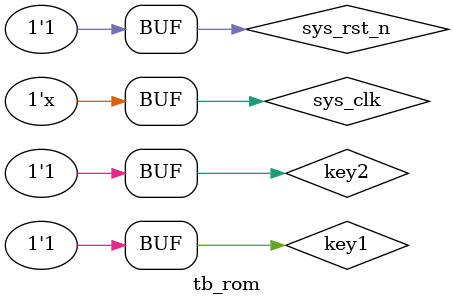
<source format=v>
`timescale 1ns/1ns 
module  tb_rom();

reg      sys_clk    ;
reg      sys_rst_n  ;
reg      key1       ;
reg      key2       ;
        
wire     ds         ;
wire     oe         ;
wire     shcp       ;
wire     stcp       ;

initial begin

    sys_clk      =  1'b1;
    sys_rst_n   <=  1'b0;
    key1        <=  1'b1;
    key2        <=  1'b1;
    
    #200     sys_rst_n <= 1'b1;
//按下key1    
    #70000  key1    <=  1'b0;//按下按键
    #20     key1    <=  1'b1;//模拟抖动
    #20     key1    <=  1'b0;//模拟抖动
    #20     key1    <=  1'b1;//模拟抖动
    #20     key1    <=  1'b0;//模拟抖动
    #200    key1    <=  1'b1;//松开按键
    #20     key1    <=  1'b0;//模拟抖动
    #20     key1    <=  1'b1;//模拟抖动
    #20     key1    <=  1'b0;//模拟抖动
    #20     key1    <=  1'b1;//模拟抖动

//按下key2    
    #20000  key2    <=  1'b0;//按下按键
    #20     key2    <=  1'b1;//模拟抖动
    #20     key2    <=  1'b0;//模拟抖动
    #20     key2    <=  1'b1;//模拟抖动
    #20     key2    <=  1'b0;//模拟抖动
    #200    key2    <=  1'b1;//松开按键
    #20     key2    <=  1'b0;//模拟抖动
    #20     key2    <=  1'b1;//模拟抖动
    #20     key2    <=  1'b0;//模拟抖动
    #20     key2    <=  1'b1;//模拟抖动  

//按下key2    
    #20000  key2    <=  1'b0;//按下按键
    #20     key2    <=  1'b1;//模拟抖动
    #20     key2    <=  1'b0;//模拟抖动
    #20     key2    <=  1'b1;//模拟抖动
    #20     key2    <=  1'b0;//模拟抖动
    #200    key2    <=  1'b1;//松开按键
    #20     key2    <=  1'b0;//模拟抖动
    #20     key2    <=  1'b1;//模拟抖动
    #20     key2    <=  1'b0;//模拟抖动
    #20     key2    <=  1'b1;//模拟抖动     
    
    
end

always #10 sys_clk = ~sys_clk;

defparam   rom_inst.key1_filter_inst.CNT_MAX = 20'd5;
defparam   rom_inst.key2_filter_inst.CNT_MAX = 20'd5;
defparam   rom_inst.rom_ctrl_inst.CNT_MAX = 20'd99;

rom     rom_inst
(
    .sys_clk     (sys_clk  ),
    .sys_rst_n   (sys_rst_n),
    .key1        (key1     ),
    .key2        (key2     ),
    
    .ds          (ds       ),
    .oe          (oe       ),
    .shcp        (shcp     ),
    .stcp        (stcp     ) 

);




endmodule
</source>
